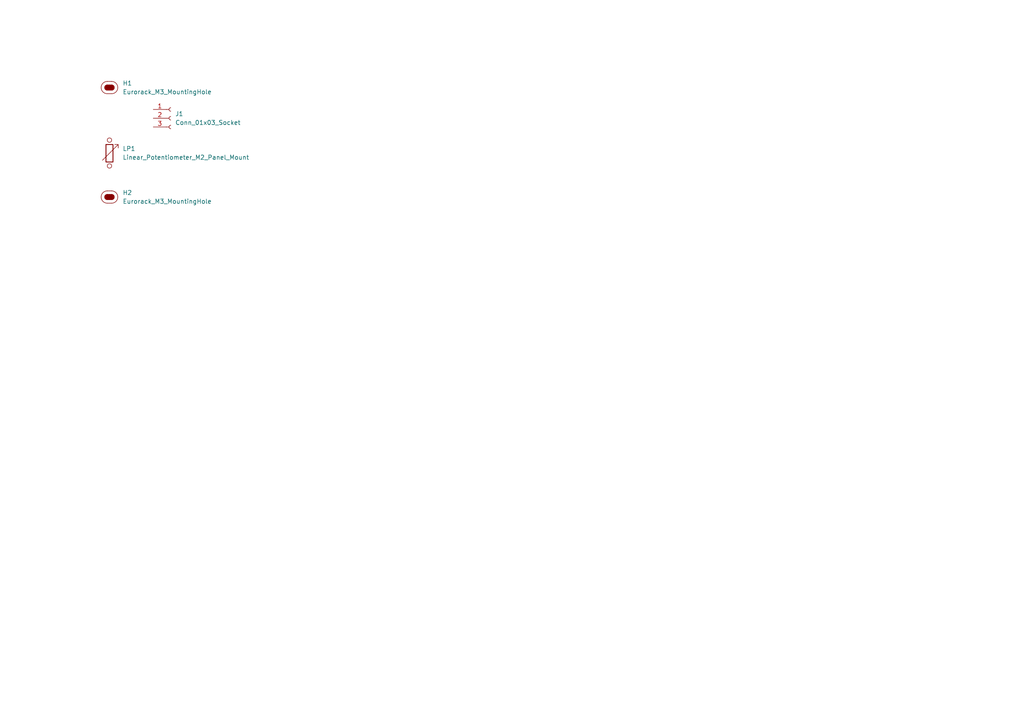
<source format=kicad_sch>
(kicad_sch (version 20231120) (generator "eeschema") (generator_version "8.0")
  (paper "A4")
  (lib_symbols
    (symbol "Connector:Conn_01x03_Socket" (pin_names (offset 1.016) hide)
      (property "Reference" "J" (at 0 5.08 0))
      (property "Value" "Conn_01x03_Socket" (at 0 -5.08 0))
      (symbol "Conn_01x03_Socket_1_1"
        (arc (start 0 -2.032) (mid -0.5058 -2.54) (end 0 -3.048) (stroke (width 0.1524)))
        (polyline (pts (xy -1.27 -2.54) (xy -0.508 -2.54)) (stroke (width 0.1524)))
        (polyline (pts (xy -1.27 0) (xy -0.508 0)) (stroke (width 0.1524)))
        (polyline (pts (xy -1.27 2.54) (xy -0.508 2.54)) (stroke (width 0.1524)))
        (arc (start 0 0.508) (mid -0.5058 0) (end 0 -0.508) (stroke (width 0.1524)))
        (arc (start 0 3.048) (mid -0.5058 2.54) (end 0 2.032) (stroke (width 0.1524)))
        (pin passive line (at -5.08 2.54 0) (length 3.81) (name "Pin_1") (number "1"))
        (pin passive line (at -5.08 0 0) (length 3.81) (name "Pin_2") (number "2"))
        (pin passive line (at -5.08 -2.54 0) (length 3.81) (name "Pin_3") (number "3"))
      )
    )
    (symbol "EXC:Eurorack_M3_MountingHole" (pin_names (offset 1.016)) (exclude_from_sim yes) (in_bom no)
      (property "Reference" "H" (at 0 5.08 0))
      (property "Value" "Eurorack_M3_MountingHole" (at 0 3.175 0))
      (symbol "Eurorack_M3_MountingHole_0_1"
        (circle (center -0.635 0) (radius 0.762) (fill (type outline)))
        (arc (start -0.635 0.762) (mid -1.397 0) (end -0.635 -0.762))
        (arc (start -0.635 1.778) (mid -2.413 0) (end -0.635 -1.778))
        (polyline (pts (xy -0.635 -1.778) (xy 0.635 -1.778)))
        (polyline (pts (xy -0.635 -0.762) (xy 0.635 -0.762)))
        (polyline (pts (xy -0.635 0.762) (xy 0.635 0.762)))
        (polyline (pts (xy 0.635 1.778) (xy -0.635 1.778)))
        (circle (center 0 0) (radius 0.762) (fill (type outline)))
        (arc (start 0.6141 -1.778) (mid 2.4131 0) (end 0.6141 1.778))
        (arc (start 0.6227 -0.762) (mid 1.3971 0) (end 0.6227 0.762))
        (circle (center 0.635 0) (radius 0.762) (fill (type outline)))
      )
    )
    (symbol "EXC:Linear_Potentiometer_M2_Panel_Mount" (pin_numbers hide) (pin_names (offset 0))
      (property "Reference" "LP" (at 0 5.842 0))
      (property "Value" "Linear_Potentiometer_M2_Panel_Mount" (at 0 -5.842 0))
      (symbol "Linear_Potentiometer_M2_Panel_Mount_0_1"
        (rectangle (start -1.016 -2.54) (end 1.016 2.54) (stroke (width 0.254)))
        (circle (center 0 -3.683) (radius 0.635))
        (polyline (pts (xy 2.54 1.524) (xy 2.54 2.54) (xy 1.524 2.54) (xy 2.54 2.54) (xy -2.032 -2.032)))
        (circle (center 0 3.81) (radius 0.635))
      )
    )
  )
  (symbol (lib_id "EXC:Eurorack_M3_MountingHole") (at 31.75 57.15 0) (unit 1) (exclude_from_sim yes) (in_bom no)
    (property "Reference" "H2" (at 35.56 55.8799 0) (effects (justify left)))
    (property "Value" "Eurorack_M3_MountingHole" (at 35.56 58.4199 0) (effects (justify left)))
    (property "Footprint" "EXC:MountingHole_3.2mm_M3" (effects (hide yes)))
    (property "Description" "Mounting Hole without connection" (effects (hide yes)))
  )
  (symbol (lib_id "EXC:Linear_Potentiometer_M2_Panel_Mount") (at 31.75 44.45 0) (unit 1)
    (property "Reference" "LP1" (at 35.56 43.1164 0) (effects (justify left)))
    (property "Value" "Linear_Potentiometer_M2_Panel_Mount" (at 35.56 45.6564 0) (effects (justify left)))
    (property "Footprint" "EXC:Linear_Potentiometer_M2_Panel_Mount" (effects (hide yes)))
    (property "Datasheet" "https://cdn-shop.adafruit.com/product-files/4219/4219_C11375.pdf" (effects (hide yes)))
    (property "Description" "Slide Potentiometer with Knob - 75mm Long - 10KΩ. Panel-mounted with 2x M2 screws, 71mm apart." (effects (hide yes)))
    (property "Source" "https://www.adafruit.com/product/4219" (effects (hide yes)))
  )
  (symbol (lib_id "Connector:Conn_01x03_Socket") (at 49.53 34.29 0) (unit 1)
    (property "Reference" "J1" (at 50.8 33.0199 0) (effects (justify left)))
    (property "Value" "Conn_01x03_Socket" (at 50.8 35.5599 0) (effects (justify left)))
    (property "Footprint" "Connector_PinSocket_2.54mm:PinSocket_1x03_P2.54mm_Vertical" (effects (hide yes)))
    (property "Description" "Generic connector, single row, 01x03, script generated" (effects (hide yes)))
  )
  (symbol (lib_id "EXC:Eurorack_M3_MountingHole") (at 31.75 25.4 0) (unit 1) (exclude_from_sim yes) (in_bom no)
    (property "Reference" "H1" (at 35.56 24.1299 0) (effects (justify left)))
    (property "Value" "Eurorack_M3_MountingHole" (at 35.56 26.6699 0) (effects (justify left)))
    (property "Footprint" "EXC:MountingHole_3.2mm_M3" (effects (hide yes)))
    (property "Description" "Mounting Hole without connection" (effects (hide yes)))
  )
)
</source>
